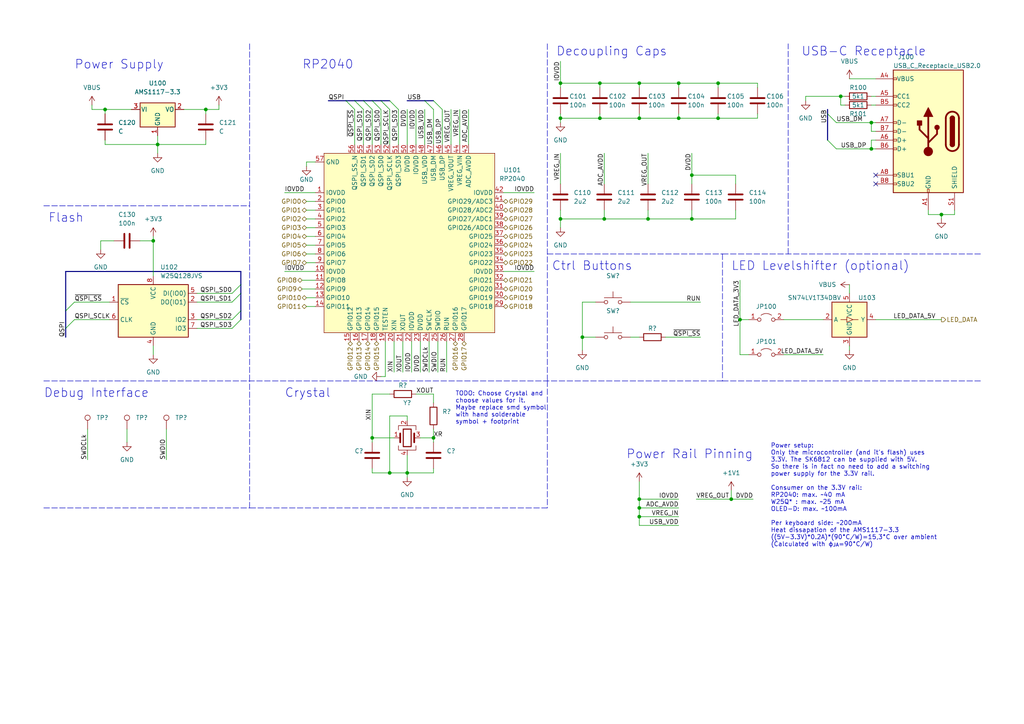
<source format=kicad_sch>
(kicad_sch (version 20211123) (generator eeschema)
  (paper "A4")
  (lib_symbols
    (symbol "Connector:TestPoint" (pin_numbers hide) (pin_names (offset 0.762) hide)
      (property "Reference" "TP" (at 0 6.858 0))
      (property "Value" "TestPoint" (at 0 5.08 0))
      (symbol "TestPoint_0_1"
        (circle (center 0 3.302) (radius 0.762))
      )
      (symbol "TestPoint_1_1"
        (pin passive line (at 0 0 90) (length 2.54) (name "1") (number "1"))
      )
    )
    (symbol "Connector:USB_C_Receptacle_USB2.0" (pin_names (offset 1.016))
      (property "Reference" "J" (at -10.16 19.05 0))
      (property "Value" "USB_C_Receptacle_USB2.0" (at 19.05 19.05 0))
      (symbol "USB_C_Receptacle_USB2.0_0_0"
        (rectangle (start -0.254 -17.78) (end 0.254 -16.764))
        (rectangle (start 10.16 -14.986) (end 9.144 -15.494))
        (rectangle (start 10.16 -12.446) (end 9.144 -12.954))
        (rectangle (start 10.16 -4.826) (end 9.144 -5.334))
        (rectangle (start 10.16 -2.286) (end 9.144 -2.794))
        (rectangle (start 10.16 0.254) (end 9.144 -0.254))
        (rectangle (start 10.16 2.794) (end 9.144 2.286))
        (rectangle (start 10.16 7.874) (end 9.144 7.366))
        (rectangle (start 10.16 10.414) (end 9.144 9.906))
        (rectangle (start 10.16 15.494) (end 9.144 14.986))
      )
      (symbol "USB_C_Receptacle_USB2.0_0_1"
        (rectangle (start -10.16 17.78) (end 10.16 -17.78) (stroke (width 0.254)) (fill (type background)))
        (arc (start -8.89 -3.81) (mid -6.985 -5.715) (end -5.08 -3.81) (stroke (width 0.508)))
        (arc (start -7.62 -3.81) (mid -6.985 -4.445) (end -6.35 -3.81) (stroke (width 0.254)))
        (arc (start -7.62 -3.81) (mid -6.985 -4.445) (end -6.35 -3.81) (stroke (width 0.254)) (fill (type outline)))
        (rectangle (start -7.62 -3.81) (end -6.35 3.81) (stroke (width 0.254)) (fill (type outline)))
        (arc (start -6.35 3.81) (mid -6.985 4.445) (end -7.62 3.81) (stroke (width 0.254)))
        (arc (start -6.35 3.81) (mid -6.985 4.445) (end -7.62 3.81) (stroke (width 0.254)) (fill (type outline)))
        (arc (start -5.08 3.81) (mid -6.985 5.715) (end -8.89 3.81) (stroke (width 0.508)))
        (circle (center -2.54 1.143) (radius 0.635) (stroke (width 0.254)) (fill (type outline)))
        (circle (center 0 -5.842) (radius 1.27) (fill (type outline)))
        (polyline (pts (xy -8.89 -3.81) (xy -8.89 3.81)) (stroke (width 0.508)))
        (polyline (pts (xy -5.08 3.81) (xy -5.08 -3.81)) (stroke (width 0.508)))
        (polyline (pts (xy 0 -5.842) (xy 0 4.318)) (stroke (width 0.508)))
        (polyline (pts (xy 0 -3.302) (xy -2.54 -0.762) (xy -2.54 0.508)) (stroke (width 0.508)))
        (polyline (pts (xy 0 -2.032) (xy 2.54 0.508) (xy 2.54 1.778)) (stroke (width 0.508)))
        (polyline (pts (xy -1.27 4.318) (xy 0 6.858) (xy 1.27 4.318) (xy -1.27 4.318)) (stroke (width 0.254)) (fill (type outline)))
        (rectangle (start 1.905 1.778) (end 3.175 3.048) (stroke (width 0.254)) (fill (type outline)))
      )
      (symbol "USB_C_Receptacle_USB2.0_1_1"
        (pin passive line (at 0 -22.86 90) (length 5.08) (name "GND") (number "A1"))
        (pin passive line (at 0 -22.86 90) (length 5.08) hide (name "GND") (number "A12"))
        (pin passive line (at 15.24 15.24 180) (length 5.08) (name "VBUS") (number "A4"))
        (pin bidirectional line (at 15.24 10.16 180) (length 5.08) (name "CC1") (number "A5"))
        (pin bidirectional line (at 15.24 -2.54 180) (length 5.08) (name "D+") (number "A6"))
        (pin bidirectional line (at 15.24 2.54 180) (length 5.08) (name "D-") (number "A7"))
        (pin bidirectional line (at 15.24 -12.7 180) (length 5.08) (name "SBU1") (number "A8"))
        (pin passive line (at 15.24 15.24 180) (length 5.08) hide (name "VBUS") (number "A9"))
        (pin passive line (at 0 -22.86 90) (length 5.08) hide (name "GND") (number "B1"))
        (pin passive line (at 0 -22.86 90) (length 5.08) hide (name "GND") (number "B12"))
        (pin passive line (at 15.24 15.24 180) (length 5.08) hide (name "VBUS") (number "B4"))
        (pin bidirectional line (at 15.24 7.62 180) (length 5.08) (name "CC2") (number "B5"))
        (pin bidirectional line (at 15.24 -5.08 180) (length 5.08) (name "D+") (number "B6"))
        (pin bidirectional line (at 15.24 0 180) (length 5.08) (name "D-") (number "B7"))
        (pin bidirectional line (at 15.24 -15.24 180) (length 5.08) (name "SBU2") (number "B8"))
        (pin passive line (at 15.24 15.24 180) (length 5.08) hide (name "VBUS") (number "B9"))
        (pin passive line (at -7.62 -22.86 90) (length 5.08) (name "SHIELD") (number "S1"))
      )
    )
    (symbol "Device:C" (pin_numbers hide) (pin_names (offset 0.254))
      (property "Reference" "C" (at 0.635 2.54 0))
      (property "Value" "C" (at 0.635 -2.54 0))
      (symbol "C_0_1"
        (polyline (pts (xy -2.032 -0.762) (xy 2.032 -0.762)) (stroke (width 0.508)))
        (polyline (pts (xy -2.032 0.762) (xy 2.032 0.762)) (stroke (width 0.508)))
      )
      (symbol "C_1_1"
        (pin passive line (at 0 3.81 270) (length 2.794) (name "~") (number "1"))
        (pin passive line (at 0 -3.81 90) (length 2.794) (name "~") (number "2"))
      )
    )
    (symbol "Device:Crystal_GND24" (pin_names (offset 1.016) hide)
      (property "Reference" "Y" (at 3.175 5.08 0))
      (property "Value" "Crystal_GND24" (at 3.175 3.175 0))
      (symbol "Crystal_GND24_0_1"
        (rectangle (start -1.143 2.54) (end 1.143 -2.54) (stroke (width 0.3048)))
        (polyline (pts (xy -2.54 0) (xy -2.032 0)))
        (polyline (pts (xy -2.032 -1.27) (xy -2.032 1.27)) (stroke (width 0.508)))
        (polyline (pts (xy 0 -3.81) (xy 0 -3.556)))
        (polyline (pts (xy 0 3.556) (xy 0 3.81)))
        (polyline (pts (xy 2.032 -1.27) (xy 2.032 1.27)) (stroke (width 0.508)))
        (polyline (pts (xy 2.032 0) (xy 2.54 0)))
        (polyline (pts (xy -2.54 -2.286) (xy -2.54 -3.556) (xy 2.54 -3.556) (xy 2.54 -2.286)))
        (polyline (pts (xy -2.54 2.286) (xy -2.54 3.556) (xy 2.54 3.556) (xy 2.54 2.286)))
      )
      (symbol "Crystal_GND24_1_1"
        (pin passive line (at -3.81 0 0) (length 1.27) (name "1") (number "1"))
        (pin passive line (at 0 5.08 270) (length 1.27) (name "2") (number "2"))
        (pin passive line (at 3.81 0 180) (length 1.27) (name "3") (number "3"))
        (pin passive line (at 0 -5.08 90) (length 1.27) (name "4") (number "4"))
      )
    )
    (symbol "Device:R" (pin_numbers hide) (pin_names (offset 0))
      (property "Reference" "R" (at 2.032 0 90))
      (property "Value" "R" (at 0 0 90))
      (symbol "R_0_1"
        (rectangle (start -1.016 -2.54) (end 1.016 2.54) (stroke (width 0.254)))
      )
      (symbol "R_1_1"
        (pin passive line (at 0 3.81 270) (length 1.27) (name "~") (number "1"))
        (pin passive line (at 0 -3.81 90) (length 1.27) (name "~") (number "2"))
      )
    )
    (symbol "Jumper:Jumper_2_Open" (pin_names (offset 0) hide)
      (property "Reference" "JP" (at 0 2.794 0))
      (property "Value" "Jumper_2_Open" (at 0 -2.286 0))
      (symbol "Jumper_2_Open_0_0"
        (circle (center -2.032 0) (radius 0.508))
        (circle (center 2.032 0) (radius 0.508))
      )
      (symbol "Jumper_2_Open_0_1"
        (arc (start 1.524 1.27) (mid 0 1.778) (end -1.524 1.27))
      )
      (symbol "Jumper_2_Open_1_1"
        (pin passive line (at -5.08 0 0) (length 2.54) (name "A") (number "1"))
        (pin passive line (at 5.08 0 180) (length 2.54) (name "B") (number "2"))
      )
    )
    (symbol "Logic_LevelTranslator:SN74LV1T34DBV"
      (property "Reference" "U" (at 5.08 6.35 0))
      (property "Value" "SN74LV1T34DBV" (at 5.08 3.81 0))
      (symbol "SN74LV1T34DBV_0_1"
        (rectangle (start -5.08 5.08) (end 5.08 -5.08) (stroke (width 0.254)) (fill (type background)))
        (polyline (pts (xy -0.762 0) (xy -2.54 0)))
        (polyline (pts (xy 1.016 0) (xy 2.54 0)))
      )
      (symbol "SN74LV1T34DBV_1_1"
        (polyline (pts (xy -0.762 -0.762) (xy -0.762 0.762) (xy 1.016 0) (xy -0.762 -0.762)))
        (pin no_connect line (at -5.08 2.54 0) (length 2.54) hide (name "NC") (number "1"))
        (pin input line (at -7.62 0 0) (length 2.54) (name "A") (number "2"))
        (pin power_in line (at 0 -7.62 90) (length 2.54) (name "GND") (number "3"))
        (pin output line (at 7.62 0 180) (length 2.54) (name "Y") (number "4"))
        (pin power_in line (at 0 7.62 270) (length 2.54) (name "VCC") (number "5"))
      )
    )
    (symbol "Memory_Flash:W25Q128JVS"
      (property "Reference" "U" (at -8.89 8.89 0))
      (property "Value" "W25Q128JVS" (at 7.62 8.89 0))
      (symbol "W25Q128JVS_0_1"
        (rectangle (start -10.16 7.62) (end 10.16 -7.62) (stroke (width 0.254)) (fill (type background)))
      )
      (symbol "W25Q128JVS_1_1"
        (pin input line (at -12.7 2.54 0) (length 2.54) (name "~{CS}") (number "1"))
        (pin bidirectional line (at 12.7 2.54 180) (length 2.54) (name "DO(IO1)") (number "2"))
        (pin bidirectional line (at 12.7 -2.54 180) (length 2.54) (name "IO2") (number "3"))
        (pin power_in line (at 0 -10.16 90) (length 2.54) (name "GND") (number "4"))
        (pin bidirectional line (at 12.7 5.08 180) (length 2.54) (name "DI(IO0)") (number "5"))
        (pin input line (at -12.7 -2.54 0) (length 2.54) (name "CLK") (number "6"))
        (pin bidirectional line (at 12.7 -5.08 180) (length 2.54) (name "IO3") (number "7"))
        (pin power_in line (at 0 10.16 270) (length 2.54) (name "VCC") (number "8"))
      )
    )
    (symbol "Regulator_Linear:AMS1117-3.3" (pin_names (offset 0.254))
      (property "Reference" "U" (at -3.81 3.175 0))
      (property "Value" "AMS1117-3.3" (at 0 3.175 0))
      (symbol "AMS1117-3.3_0_1"
        (rectangle (start -5.08 -5.08) (end 5.08 1.905) (stroke (width 0.254)) (fill (type background)))
      )
      (symbol "AMS1117-3.3_1_1"
        (pin power_in line (at 0 -7.62 90) (length 2.54) (name "GND") (number "1"))
        (pin power_out line (at 7.62 0 180) (length 2.54) (name "VO") (number "2"))
        (pin power_in line (at -7.62 0 0) (length 2.54) (name "VI") (number "3"))
      )
    )
    (symbol "SofleKeyboard:RP2040"
      (property "Reference" "U" (at -26.67 30.48 0))
      (property "Value" "RP2040" (at -24.13 27.94 0))
      (symbol "RP2040_0_1"
        (rectangle (start -24.13 26.67) (end 25.4 -25.4) (stroke (width 0.1524)) (fill (type background)))
      )
      (symbol "RP2040_1_1"
        (pin power_in line (at -26.67 15.24 0) (length 2.54) (name "IOVDD") (number "1"))
        (pin power_in line (at -26.67 -7.62 0) (length 2.54) (name "IOVDD") (number "10"))
        (pin bidirectional line (at -26.67 -10.16 0) (length 2.54) (name "GPIO8") (number "11"))
        (pin bidirectional line (at -26.67 -12.7 0) (length 2.54) (name "GPIO9") (number "12"))
        (pin bidirectional line (at -26.67 -15.24 0) (length 2.54) (name "GPIO10") (number "13"))
        (pin bidirectional line (at -26.67 -17.78 0) (length 2.54) (name "GPIO11") (number "14"))
        (pin bidirectional line (at -16.51 -27.94 90) (length 2.54) (name "GPIO12") (number "15"))
        (pin bidirectional line (at -13.97 -27.94 90) (length 2.54) (name "GPIO13") (number "16"))
        (pin bidirectional line (at -11.43 -27.94 90) (length 2.54) (name "GPIO14") (number "17"))
        (pin bidirectional line (at -8.89 -27.94 90) (length 2.54) (name "GPIO15") (number "18"))
        (pin unspecified line (at -6.35 -27.94 90) (length 2.54) (name "TESTEN") (number "19"))
        (pin bidirectional line (at -26.67 12.7 0) (length 2.54) (name "GPIO0") (number "2"))
        (pin input line (at -3.81 -27.94 90) (length 2.54) (name "XIN") (number "20"))
        (pin output line (at -1.27 -27.94 90) (length 2.54) (name "XOUT") (number "21"))
        (pin power_in line (at 1.27 -27.94 90) (length 2.54) (name "IOVDD") (number "22"))
        (pin power_in line (at 3.81 -27.94 90) (length 2.54) (name "DVDD") (number "23"))
        (pin input line (at 6.35 -27.94 90) (length 2.54) (name "SWCLK") (number "24"))
        (pin bidirectional line (at 8.89 -27.94 90) (length 2.54) (name "SWDIO") (number "25"))
        (pin input line (at 11.43 -27.94 90) (length 2.54) (name "RUN") (number "26"))
        (pin bidirectional line (at 13.97 -27.94 90) (length 2.54) (name "GPIO16") (number "27"))
        (pin bidirectional line (at 16.51 -27.94 90) (length 2.54) (name "GPIO17") (number "28"))
        (pin bidirectional line (at 27.94 -17.78 180) (length 2.54) (name "GPIO18") (number "29"))
        (pin bidirectional line (at -26.67 10.16 0) (length 2.54) (name "GPIO1") (number "3"))
        (pin bidirectional line (at 27.94 -15.24 180) (length 2.54) (name "GPIO19") (number "30"))
        (pin bidirectional line (at 27.94 -12.7 180) (length 2.54) (name "GPIO20") (number "31"))
        (pin bidirectional line (at 27.94 -10.16 180) (length 2.54) (name "GPIO21") (number "32"))
        (pin power_in line (at 27.94 -7.62 180) (length 2.54) (name "IOVDD") (number "33"))
        (pin bidirectional line (at 27.94 -5.08 180) (length 2.54) (name "GPIO22") (number "34"))
        (pin bidirectional line (at 27.94 -2.54 180) (length 2.54) (name "GPIO23") (number "35"))
        (pin bidirectional line (at 27.94 0 180) (length 2.54) (name "GPIO24") (number "36"))
        (pin bidirectional line (at 27.94 2.54 180) (length 2.54) (name "GPIO25") (number "37"))
        (pin bidirectional line (at 27.94 5.08 180) (length 2.54) (name "GPIO26/ADC0") (number "38"))
        (pin bidirectional line (at 27.94 7.62 180) (length 2.54) (name "GPIO27/ADC1") (number "39"))
        (pin bidirectional line (at -26.67 7.62 0) (length 2.54) (name "GPIO2") (number "4"))
        (pin bidirectional line (at 27.94 10.16 180) (length 2.54) (name "GPIO28/ADC2") (number "40"))
        (pin bidirectional line (at 27.94 12.7 180) (length 2.54) (name "GPIO29/ADC3") (number "41"))
        (pin power_in line (at 27.94 15.24 180) (length 2.54) (name "IOVDD") (number "42"))
        (pin power_in line (at 17.78 29.21 270) (length 2.54) (name "ADC_AVDD") (number "43"))
        (pin power_in line (at 15.24 29.21 270) (length 2.54) (name "VREG_VIN") (number "44"))
        (pin power_out line (at 12.7 29.21 270) (length 2.54) (name "VREG_VOUT") (number "45"))
        (pin bidirectional line (at 10.16 29.21 270) (length 2.54) (name "USB_DP") (number "46"))
        (pin bidirectional line (at 7.62 29.21 270) (length 2.54) (name "USB_DM") (number "47"))
        (pin power_in line (at 5.08 29.21 270) (length 2.54) (name "USB_VDD") (number "48"))
        (pin power_in line (at 2.54 29.21 270) (length 2.54) (name "IOVDD") (number "49"))
        (pin bidirectional line (at -26.67 5.08 0) (length 2.54) (name "GPIO3") (number "5"))
        (pin power_in line (at 0 29.21 270) (length 2.54) (name "DVDD") (number "50"))
        (pin bidirectional line (at -2.54 29.21 270) (length 2.54) (name "QSPI_SD3") (number "51"))
        (pin output line (at -5.08 29.21 270) (length 2.54) (name "QSPI_SCLK") (number "52"))
        (pin bidirectional line (at -7.62 29.21 270) (length 2.54) (name "QSPI_SD0") (number "53"))
        (pin bidirectional line (at -10.16 29.21 270) (length 2.54) (name "QSPI_SD2") (number "54"))
        (pin bidirectional line (at -12.7 29.21 270) (length 2.54) (name "QSPI_SD1") (number "55"))
        (pin bidirectional line (at -15.24 29.21 270) (length 2.54) (name "QSPI_SS_N") (number "56"))
        (pin power_in line (at -26.67 24.13 0) (length 2.54) (name "GND") (number "57"))
        (pin bidirectional line (at -26.67 2.54 0) (length 2.54) (name "GPIO4") (number "6"))
        (pin bidirectional line (at -26.67 0 0) (length 2.54) (name "GPIO5") (number "7"))
        (pin bidirectional line (at -26.67 -2.54 0) (length 2.54) (name "GPIO6") (number "8"))
        (pin bidirectional line (at -26.67 -5.08 0) (length 2.54) (name "GPIO7") (number "9"))
      )
    )
    (symbol "Switch:SW_Push" (pin_numbers hide) (pin_names (offset 1.016) hide)
      (property "Reference" "SW" (at 1.27 2.54 0))
      (property "Value" "SW_Push" (at 0 -1.524 0))
      (symbol "SW_Push_0_1"
        (circle (center -2.032 0) (radius 0.508))
        (polyline (pts (xy 0 1.27) (xy 0 3.048)))
        (polyline (pts (xy 2.54 1.27) (xy -2.54 1.27)))
        (circle (center 2.032 0) (radius 0.508))
        (pin passive line (at -5.08 0 0) (length 2.54) (name "1") (number "1"))
        (pin passive line (at 5.08 0 180) (length 2.54) (name "2") (number "2"))
      )
    )
    (symbol "power:+1V1" (power) (pin_names (offset 0))
      (property "Value" "+1V1" (at 0 3.556 0))
      (symbol "+1V1_0_1"
        (polyline (pts (xy -0.762 1.27) (xy 0 2.54)))
        (polyline (pts (xy 0 0) (xy 0 2.54)))
        (polyline (pts (xy 0 2.54) (xy 0.762 1.27)))
      )
      (symbol "+1V1_1_1"
        (pin power_in line (at 0 0 90) (length 0) hide (name "+1V1") (number "1"))
      )
    )
    (symbol "power:+3V3" (power) (pin_names (offset 0))
      (property "Value" "+3V3" (at 0 3.556 0))
      (symbol "+3V3_0_1"
        (polyline (pts (xy -0.762 1.27) (xy 0 2.54)))
        (polyline (pts (xy 0 0) (xy 0 2.54)))
        (polyline (pts (xy 0 2.54) (xy 0.762 1.27)))
      )
      (symbol "+3V3_1_1"
        (pin power_in line (at 0 0 90) (length 0) hide (name "+3V3") (number "1"))
      )
    )
    (symbol "power:GND" (power) (pin_names (offset 0))
      (property "Value" "GND" (at 0 -3.81 0))
      (symbol "GND_0_1"
        (polyline (pts (xy 0 0) (xy 0 -1.27) (xy 1.27 -1.27) (xy 0 -2.54) (xy -1.27 -1.27) (xy 0 -1.27)))
      )
      (symbol "GND_1_1"
        (pin power_in line (at 0 0 270) (length 0) hide (name "GND") (number "1"))
      )
    )
    (symbol "power:VBUS" (power) (pin_names (offset 0))
      (property "Value" "VBUS" (at 0 3.81 0))
      (symbol "VBUS_0_1"
        (polyline (pts (xy -0.762 1.27) (xy 0 2.54)))
        (polyline (pts (xy 0 0) (xy 0 2.54)))
        (polyline (pts (xy 0 2.54) (xy 0.762 1.27)))
      )
      (symbol "VBUS_1_1"
        (pin power_in line (at 0 0 90) (length 0) hide (name "VBUS") (number "1"))
      )
    )
  )
  (junction (at 107.95 127))
  (junction (at 252.73 35.56))
  (junction (at 273.05 62.23))
  (junction (at 200.66 50.8))
  (junction (at 44.45 69.85))
  (junction (at 243.84 27.94))
  (junction (at 118.11 137.16))
  (junction (at 173.99 24.13))
  (junction (at 162.56 24.13))
  (junction (at 208.28 34.29))
  (junction (at 168.91 97.79))
  (junction (at 212.09 144.78))
  (junction (at 185.42 24.13))
  (junction (at 162.56 63.5))
  (junction (at 162.56 34.29))
  (junction (at 208.28 24.13))
  (junction (at 185.42 34.29))
  (junction (at 45.72 41.91))
  (junction (at 185.42 149.86))
  (junction (at 30.48 31.75))
  (junction (at 185.42 144.78))
  (junction (at 214.63 92.71))
  (junction (at 196.85 24.13))
  (junction (at 187.96 63.5))
  (junction (at 196.85 34.29))
  (junction (at 59.69 31.75))
  (junction (at 252.73 43.18))
  (junction (at 173.99 34.29))
  (junction (at 185.42 147.32))
  (junction (at 113.03 137.16))
  (junction (at 200.66 63.5))
  (junction (at 125.73 127))
  (junction (at 175.26 63.5))
  (no_connect (at 254 50.8))
  (no_connect (at 254 53.34))
  (bus_entry (at 19.05 90.17) (size 2.54 -2.54))
  (bus_entry (at 19.05 95.25) (size 2.54 -2.54))
  (bus_entry (at 240.03 40.64) (size 2.54 2.54))
  (bus_entry (at 240.03 33.02) (size 2.54 2.54))
  (bus_entry (at 69.85 90.17) (size -2.54 2.54))
  (bus_entry (at 69.85 82.55) (size -2.54 2.54))
  (bus_entry (at 125.73 29.21) (size 2.54 2.54))
  (bus_entry (at 123.19 29.21) (size 2.54 2.54))
  (bus_entry (at 69.85 92.71) (size -2.54 2.54))
  (bus_entry (at 69.85 85.09) (size -2.54 2.54))
  (bus_entry (at 102.87 29.21) (size 2.54 2.54))
  (bus_entry (at 105.41 29.21) (size 2.54 2.54))
  (bus_entry (at 113.03 29.21) (size 2.54 2.54))
  (bus_entry (at 107.95 29.21) (size 2.54 2.54))
  (bus_entry (at 110.49 29.21) (size 2.54 2.54))
  (bus_entry (at 100.33 29.21) (size 2.54 2.54))
  (wire (pts (xy 88.9 66.04) (xy 91.44 66.04)))
  (wire (pts (xy 173.99 34.29) (xy 173.99 33.02)))
  (wire (pts (xy 175.26 60.96) (xy 175.26 63.5)))
  (polyline (pts (xy 72.39 147.32) (xy 72.39 110.49)))
  (wire (pts (xy 208.28 34.29) (xy 196.85 34.29)))
  (wire (pts (xy 252.73 43.18) (xy 254 43.18)))
  (wire (pts (xy 44.45 69.85) (xy 44.45 80.01)))
  (polyline (pts (xy 158.75 147.32) (xy 72.39 147.32)))
  (wire (pts (xy 59.69 31.75) (xy 59.69 33.02)))
  (polyline (pts (xy 158.75 110.49) (xy 158.75 147.32)))
  (wire (pts (xy 88.9 73.66) (xy 91.44 73.66)))
  (wire (pts (xy 88.9 68.58) (xy 91.44 68.58)))
  (wire (pts (xy 91.44 55.88) (xy 82.55 55.88)))
  (wire (pts (xy 87.63 81.28) (xy 91.44 81.28)))
  (wire (pts (xy 273.05 63.5) (xy 273.05 62.23)))
  (wire (pts (xy 200.66 63.5) (xy 213.36 63.5)))
  (wire (pts (xy 276.86 62.23) (xy 273.05 62.23)))
  (wire (pts (xy 175.26 44.45) (xy 175.26 53.34)))
  (wire (pts (xy 187.96 63.5) (xy 175.26 63.5)))
  (wire (pts (xy 113.03 120.65) (xy 113.03 137.16)))
  (wire (pts (xy 162.56 63.5) (xy 175.26 63.5)))
  (wire (pts (xy 187.96 60.96) (xy 187.96 63.5)))
  (wire (pts (xy 227.33 92.71) (xy 238.76 92.71)))
  (wire (pts (xy 118.11 132.08) (xy 118.11 137.16)))
  (wire (pts (xy 121.92 127) (xy 125.73 127)))
  (wire (pts (xy 40.64 69.85) (xy 44.45 69.85)))
  (wire (pts (xy 88.9 63.5) (xy 91.44 63.5)))
  (wire (pts (xy 185.42 34.29) (xy 173.99 34.29)))
  (wire (pts (xy 208.28 24.13) (xy 208.28 25.4)))
  (wire (pts (xy 91.44 78.74) (xy 82.55 78.74)))
  (wire (pts (xy 87.63 83.82) (xy 91.44 83.82)))
  (wire (pts (xy 130.81 41.91) (xy 130.81 31.75)))
  (wire (pts (xy 128.27 41.91) (xy 128.27 31.75)))
  (wire (pts (xy 182.88 87.63) (xy 203.2 87.63)))
  (wire (pts (xy 111.76 99.06) (xy 111.76 109.22)))
  (wire (pts (xy 107.95 137.16) (xy 113.03 137.16)))
  (wire (pts (xy 214.63 81.28) (xy 214.63 92.71)))
  (wire (pts (xy 45.72 39.37) (xy 45.72 41.91)))
  (wire (pts (xy 121.92 99.06) (xy 121.92 107.95)))
  (bus (pts (xy 240.03 31.75) (xy 240.03 33.02)))
  (wire (pts (xy 120.65 41.91) (xy 120.65 31.75)))
  (wire (pts (xy 123.19 41.91) (xy 123.19 31.75)))
  (polyline (pts (xy 12.7 110.49) (xy 110.49 110.49)))
  (wire (pts (xy 276.86 62.23) (xy 276.86 60.96)))
  (wire (pts (xy 168.91 97.79) (xy 168.91 87.63)))
  (wire (pts (xy 111.76 109.22) (xy 110.49 109.22)))
  (wire (pts (xy 162.56 44.45) (xy 162.56 53.34)))
  (wire (pts (xy 269.24 62.23) (xy 269.24 60.96)))
  (wire (pts (xy 113.03 114.3) (xy 107.95 114.3)))
  (bus (pts (xy 95.25 29.21) (xy 100.33 29.21)))
  (wire (pts (xy 243.84 30.48) (xy 243.84 27.94)))
  (wire (pts (xy 88.9 86.36) (xy 91.44 86.36)))
  (wire (pts (xy 26.67 30.48) (xy 26.67 31.75)))
  (wire (pts (xy 113.03 41.91) (xy 113.03 31.75)))
  (wire (pts (xy 118.11 121.92) (xy 118.11 120.65)))
  (wire (pts (xy 125.73 114.3) (xy 125.73 116.84)))
  (wire (pts (xy 185.42 24.13) (xy 185.42 25.4)))
  (wire (pts (xy 125.73 41.91) (xy 125.73 31.75)))
  (wire (pts (xy 88.9 60.96) (xy 91.44 60.96)))
  (wire (pts (xy 59.69 31.75) (xy 63.5 31.75)))
  (wire (pts (xy 185.42 147.32) (xy 196.85 147.32)))
  (wire (pts (xy 88.9 76.2) (xy 91.44 76.2)))
  (wire (pts (xy 254 40.64) (xy 252.73 40.64)))
  (bus (pts (xy 240.03 33.02) (xy 240.03 40.64)))
  (polyline (pts (xy 209.55 73.66) (xy 284.48 73.66)))
  (wire (pts (xy 182.88 97.79) (xy 185.42 97.79)))
  (wire (pts (xy 124.46 99.06) (xy 124.46 107.95)))
  (wire (pts (xy 245.11 30.48) (xy 243.84 30.48)))
  (wire (pts (xy 252.73 35.56) (xy 254 35.56)))
  (wire (pts (xy 88.9 46.99) (xy 88.9 48.26)))
  (wire (pts (xy 168.91 101.6) (xy 168.91 97.79)))
  (wire (pts (xy 254 38.1) (xy 252.73 38.1)))
  (polyline (pts (xy 228.6 73.66) (xy 228.6 12.7)))
  (polyline (pts (xy 12.7 59.69) (xy 72.39 59.69)))
  (wire (pts (xy 162.56 63.5) (xy 162.56 66.04)))
  (bus (pts (xy 69.85 78.74) (xy 69.85 82.55)))
  (bus (pts (xy 69.85 82.55) (xy 69.85 85.09)))
  (bus (pts (xy 69.85 85.09) (xy 69.85 90.17)))
  (wire (pts (xy 119.38 99.06) (xy 119.38 107.95)))
  (wire (pts (xy 246.38 82.55) (xy 246.38 85.09)))
  (polyline (pts (xy 12.7 147.32) (xy 72.39 147.32)))
  (wire (pts (xy 102.87 41.91) (xy 102.87 31.75)))
  (wire (pts (xy 217.17 102.87) (xy 214.63 102.87)))
  (wire (pts (xy 162.56 60.96) (xy 162.56 63.5)))
  (wire (pts (xy 219.71 34.29) (xy 208.28 34.29)))
  (bus (pts (xy 123.19 29.21) (xy 125.73 29.21)))
  (wire (pts (xy 273.05 62.23) (xy 269.24 62.23)))
  (wire (pts (xy 127 99.06) (xy 127 107.95)))
  (polyline (pts (xy 209.55 73.66) (xy 209.55 110.49)))
  (wire (pts (xy 31.75 92.71) (xy 21.59 92.71)))
  (wire (pts (xy 57.15 87.63) (xy 67.31 87.63)))
  (wire (pts (xy 45.72 41.91) (xy 30.48 41.91)))
  (wire (pts (xy 116.84 99.06) (xy 116.84 107.95)))
  (wire (pts (xy 63.5 30.48) (xy 63.5 31.75)))
  (wire (pts (xy 185.42 149.86) (xy 185.42 147.32)))
  (wire (pts (xy 59.69 41.91) (xy 45.72 41.91)))
  (bus (pts (xy 102.87 29.21) (xy 105.41 29.21)))
  (wire (pts (xy 125.73 135.89) (xy 125.73 137.16)))
  (wire (pts (xy 196.85 24.13) (xy 208.28 24.13)))
  (wire (pts (xy 213.36 50.8) (xy 200.66 50.8)))
  (wire (pts (xy 219.71 33.02) (xy 219.71 34.29)))
  (wire (pts (xy 243.84 27.94) (xy 233.68 27.94)))
  (wire (pts (xy 45.72 41.91) (xy 45.72 44.45)))
  (wire (pts (xy 252.73 38.1) (xy 252.73 35.56)))
  (wire (pts (xy 146.05 78.74) (xy 154.94 78.74)))
  (wire (pts (xy 254 22.86) (xy 246.38 22.86)))
  (wire (pts (xy 173.99 24.13) (xy 185.42 24.13)))
  (wire (pts (xy 185.42 144.78) (xy 185.42 139.7)))
  (wire (pts (xy 252.73 40.64) (xy 252.73 43.18)))
  (wire (pts (xy 113.03 137.16) (xy 118.11 137.16)))
  (wire (pts (xy 107.95 127) (xy 107.95 128.27)))
  (bus (pts (xy 19.05 95.25) (xy 19.05 97.79)))
  (wire (pts (xy 185.42 149.86) (xy 196.85 149.86)))
  (bus (pts (xy 110.49 29.21) (xy 113.03 29.21)))
  (wire (pts (xy 214.63 102.87) (xy 214.63 92.71)))
  (wire (pts (xy 53.34 31.75) (xy 59.69 31.75)))
  (wire (pts (xy 208.28 34.29) (xy 208.28 33.02)))
  (wire (pts (xy 185.42 144.78) (xy 196.85 144.78)))
  (wire (pts (xy 25.4 124.46) (xy 25.4 133.35)))
  (wire (pts (xy 196.85 34.29) (xy 185.42 34.29)))
  (wire (pts (xy 193.04 97.79) (xy 203.2 97.79)))
  (bus (pts (xy 19.05 78.74) (xy 19.05 90.17)))
  (wire (pts (xy 115.57 41.91) (xy 115.57 31.75)))
  (bus (pts (xy 69.85 78.74) (xy 19.05 78.74)))
  (wire (pts (xy 33.02 69.85) (xy 29.21 69.85)))
  (wire (pts (xy 201.93 144.78) (xy 212.09 144.78)))
  (wire (pts (xy 185.42 34.29) (xy 185.42 33.02)))
  (wire (pts (xy 129.54 99.06) (xy 129.54 107.95)))
  (bus (pts (xy 69.85 90.17) (xy 69.85 92.71)))
  (wire (pts (xy 196.85 24.13) (xy 196.85 25.4)))
  (wire (pts (xy 242.57 43.18) (xy 252.73 43.18)))
  (wire (pts (xy 185.42 152.4) (xy 185.42 149.86)))
  (wire (pts (xy 31.75 87.63) (xy 21.59 87.63)))
  (wire (pts (xy 185.42 147.32) (xy 185.42 144.78)))
  (wire (pts (xy 118.11 41.91) (xy 118.11 31.75)))
  (wire (pts (xy 185.42 24.13) (xy 196.85 24.13)))
  (wire (pts (xy 57.15 85.09) (xy 67.31 85.09)))
  (wire (pts (xy 162.56 17.78) (xy 162.56 24.13)))
  (wire (pts (xy 57.15 95.25) (xy 67.31 95.25)))
  (wire (pts (xy 114.3 127) (xy 107.95 127)))
  (wire (pts (xy 120.65 114.3) (xy 125.73 114.3)))
  (wire (pts (xy 118.11 137.16) (xy 118.11 138.43)))
  (wire (pts (xy 114.3 99.06) (xy 114.3 107.95)))
  (wire (pts (xy 196.85 152.4) (xy 185.42 152.4)))
  (wire (pts (xy 125.73 127) (xy 125.73 128.27)))
  (polyline (pts (xy 72.39 12.7) (xy 72.39 110.49)))
  (wire (pts (xy 243.84 27.94) (xy 245.11 27.94)))
  (wire (pts (xy 227.33 102.87) (xy 238.76 102.87)))
  (wire (pts (xy 91.44 46.99) (xy 88.9 46.99)))
  (wire (pts (xy 254 92.71) (xy 273.05 92.71)))
  (wire (pts (xy 118.11 120.65) (xy 113.03 120.65)))
  (wire (pts (xy 212.09 144.78) (xy 218.44 144.78)))
  (wire (pts (xy 208.28 24.13) (xy 219.71 24.13)))
  (wire (pts (xy 107.95 135.89) (xy 107.95 137.16)))
  (polyline (pts (xy 209.55 110.49) (xy 284.48 110.49)))
  (wire (pts (xy 162.56 34.29) (xy 162.56 35.56)))
  (wire (pts (xy 135.89 41.91) (xy 135.89 31.75)))
  (polyline (pts (xy 209.55 110.49) (xy 110.49 110.49)))
  (wire (pts (xy 168.91 97.79) (xy 172.72 97.79)))
  (wire (pts (xy 107.95 41.91) (xy 107.95 31.75)))
  (wire (pts (xy 200.66 50.8) (xy 200.66 53.34)))
  (wire (pts (xy 30.48 31.75) (xy 26.67 31.75)))
  (wire (pts (xy 246.38 100.33) (xy 246.38 101.6)))
  (wire (pts (xy 196.85 34.29) (xy 196.85 33.02)))
  (wire (pts (xy 219.71 24.13) (xy 219.71 25.4)))
  (wire (pts (xy 212.09 142.24) (xy 212.09 144.78)))
  (wire (pts (xy 213.36 53.34) (xy 213.36 50.8)))
  (bus (pts (xy 19.05 90.17) (xy 19.05 95.25)))
  (wire (pts (xy 88.9 71.12) (xy 91.44 71.12)))
  (wire (pts (xy 213.36 63.5) (xy 213.36 60.96)))
  (wire (pts (xy 242.57 35.56) (xy 252.73 35.56)))
  (wire (pts (xy 110.49 41.91) (xy 110.49 31.75)))
  (polyline (pts (xy 158.75 73.66) (xy 209.55 73.66)))
  (wire (pts (xy 44.45 100.33) (xy 44.45 102.87)))
  (wire (pts (xy 133.35 41.91) (xy 133.35 31.75)))
  (wire (pts (xy 168.91 87.63) (xy 172.72 87.63)))
  (wire (pts (xy 200.66 44.45) (xy 200.66 50.8)))
  (wire (pts (xy 173.99 34.29) (xy 162.56 34.29)))
  (wire (pts (xy 48.26 124.46) (xy 48.26 133.35)))
  (wire (pts (xy 118.11 137.16) (xy 125.73 137.16)))
  (wire (pts (xy 252.73 27.94) (xy 254 27.94)))
  (wire (pts (xy 200.66 63.5) (xy 200.66 60.96)))
  (wire (pts (xy 162.56 24.13) (xy 173.99 24.13)))
  (wire (pts (xy 173.99 24.13) (xy 173.99 25.4)))
  (bus (pts (xy 118.11 29.21) (xy 123.19 29.21)))
  (wire (pts (xy 252.73 30.48) (xy 254 30.48)))
  (bus (pts (xy 100.33 29.21) (xy 102.87 29.21)))
  (wire (pts (xy 187.96 63.5) (xy 200.66 63.5)))
  (bus (pts (xy 107.95 29.21) (xy 110.49 29.21)))
  (wire (pts (xy 29.21 69.85) (xy 29.21 72.39)))
  (bus (pts (xy 105.41 29.21) (xy 107.95 29.21)))
  (wire (pts (xy 88.9 58.42) (xy 91.44 58.42)))
  (wire (pts (xy 187.96 44.45) (xy 187.96 53.34)))
  (wire (pts (xy 125.73 124.46) (xy 125.73 127)))
  (wire (pts (xy 88.9 88.9) (xy 91.44 88.9)))
  (wire (pts (xy 36.83 124.46) (xy 36.83 128.27)))
  (wire (pts (xy 162.56 25.4) (xy 162.56 24.13)))
  (wire (pts (xy 107.95 114.3) (xy 107.95 127)))
  (polyline (pts (xy 158.75 12.7) (xy 158.75 110.49)))
  (wire (pts (xy 57.15 92.71) (xy 67.31 92.71)))
  (wire (pts (xy 59.69 40.64) (xy 59.69 41.91)))
  (wire (pts (xy 146.05 55.88) (xy 154.94 55.88)))
  (wire (pts (xy 38.1 31.75) (xy 30.48 31.75)))
  (wire (pts (xy 214.63 92.71) (xy 217.17 92.71)))
  (wire (pts (xy 105.41 41.91) (xy 105.41 31.75)))
  (wire (pts (xy 30.48 31.75) (xy 30.48 33.02)))
  (wire (pts (xy 233.68 27.94) (xy 233.68 29.21)))
  (wire (pts (xy 30.48 40.64) (xy 30.48 41.91)))
  (wire (pts (xy 162.56 34.29) (xy 162.56 33.02)))
  (wire (pts (xy 44.45 68.58) (xy 44.45 69.85)))
  (text "Flash\n" (at 13.97 64.77 0) (effects (font (size 2.54 2.54)) (justify left bottom)))
  (text "Decoupling Caps" (at 161.29 16.51 0) (effects (font (size 2.54 2.54)) (justify left bottom)))
  (text "USB-C Receptacle" (at 232.41 16.51 0) (effects (font (size 2.54 2.54)) (justify left bottom)))
  (text "LED Levelshifter (optional)\n" (at 212.09 78.74 0) (effects (font (size 2.54 2.54)) (justify left bottom)))
  (text "Power setup:\nOnly the microcontroller (and it's flash) uses\n3.3V. The SK6812 can be supplied with 5V.\nSo there is in fact no need to add a switching\npower supply for the 3.3V rail.\n\nConsumer on the 3.3V rail:\nRP2040: max. ~40 mA\nW25Q* : max. ~25 mA\nOLED-D: max. ~100mA\n\nPer keyboard side: ~200mA\nHeat dissapation of the AMS1117-3.3\n((5V-3.3V)*0.2A)*(90°C/W)=15,3°C over ambient\n(Calculated with ϕ_{JA}=90°C/W)\n" (at 223.52 158.75 0) (effects (font (size 1.27 1.27)) (justify left bottom)))
  (text "Power Supply" (at 21.59 20.32 0) (effects (font (size 2.54 2.54)) (justify left bottom)))
  (text "Power Rail Pinning" (at 181.61 133.35 0) (effects (font (size 2.54 2.54)) (justify left bottom)))
  (text "Crystal" (at 82.55 115.57 0) (effects (font (size 2.54 2.54)) (justify left bottom)))
  (text "Ctrl Buttons" (at 160.02 78.74 0) (effects (font (size 2.54 2.54)) (justify left bottom)))
  (text "TODO: Choose Crystal and\nchoose values for it.\nMaybe replace smd symbol\nwith hand solderable\nsymbol + footprint\n" (at 132.08 123.19 0) (effects (font (size 1.27 1.27)) (justify left bottom)))
  (text "Debug Interface\n" (at 12.7 115.57 0) (effects (font (size 2.54 2.54)) (justify left bottom)))
  (text "RP2040" (at 87.63 20.32 0) (effects (font (size 2.54 2.54)) (justify left bottom)))
  (label "LED_DATA_5V" (at 259.08 92.71 0))
  (label "VREG_OUT" (at 187.96 44.45 270))
  (label "LED_DATA_3V3" (at 214.63 81.28 270))
  (label "QSPI_SD3" (at 67.31 95.25 180))
  (label "QSPI_SD3" (at 115.57 31.75 270))
  (label "XIN" (at 114.3 107.95 90))
  (label "USB_VDD" (at 196.85 152.4 180))
  (label "DVDD" (at 121.92 107.95 90))
  (label "XIN" (at 107.95 121.92 90))
  (label "RUN" (at 129.54 107.95 90))
  (label "QSPI" (at 95.25 29.21 0))
  (label "QSPI_SD2" (at 107.95 31.75 270))
  (label "QSPI_SD0" (at 67.31 85.09 180))
  (label "VREG_OUT" (at 130.81 31.75 270))
  (label "IOVDD" (at 82.55 78.74 0))
  (label "VREG_IN" (at 196.85 149.86 180))
  (label "VREG_IN" (at 133.35 31.75 270))
  (label "IOVDD" (at 162.56 17.78 270))
  (label "SWDCLk" (at 25.4 133.35 90))
  (label "QSPI" (at 19.05 97.79 90))
  (label "~{QSPI_SS}" (at 203.2 97.79 180))
  (label "XOUT" (at 116.84 107.95 90))
  (label "USB_DM" (at 125.73 34.29 270))
  (label "USB_VDD" (at 123.19 31.75 270))
  (label "IOVDD" (at 154.94 78.74 180))
  (label "~{QSPI_SS}" (at 102.87 31.75 270))
  (label "DVDD" (at 118.11 31.75 270))
  (label "USB_DP" (at 128.27 34.29 270))
  (label "USB" (at 240.03 31.75 270))
  (label "VREG_IN" (at 162.56 44.45 270))
  (label "~{QSPI_SS}" (at 21.59 87.63 0))
  (label "VREG_OUT" (at 201.93 144.78 0))
  (label "DVDD" (at 200.66 44.45 270))
  (label "RUN" (at 203.2 87.63 180))
  (label "SWDCLk" (at 124.46 107.95 90))
  (label "USB_DP" (at 243.84 43.18 0))
  (label "XR" (at 125.73 127 0))
  (label "ADC_AVDD" (at 175.26 44.45 270))
  (label "ADC_AVDD" (at 196.85 147.32 180))
  (label "QSPI_SD1" (at 105.41 31.75 270))
  (label "QSPI_SD1" (at 67.31 87.63 180))
  (label "LED_DATA_5V" (at 238.76 102.87 180))
  (label "IOVDD" (at 196.85 144.78 180))
  (label "IOVDD" (at 154.94 55.88 180))
  (label "USB_DM" (at 242.57 35.56 0))
  (label "USB" (at 118.11 29.21 0))
  (label "IOVDD" (at 119.38 107.95 90))
  (label "SWDIO" (at 127 107.95 90))
  (label "SWDIO" (at 48.26 133.35 90))
  (label "ADC_AVDD" (at 135.89 31.75 270))
  (label "QSPI_SD0" (at 110.49 31.75 270))
  (label "IOVDD" (at 120.65 31.75 270))
  (label "QSPI_SCLK" (at 113.03 31.75 270))
  (label "XOUT" (at 125.73 114.3 180))
  (label "IOVDD" (at 82.55 55.88 0))
  (label "DVDD" (at 218.44 144.78 180))
  (label "QSPI_SD2" (at 67.31 92.71 180))
  (label "QSPI_SCLK" (at 21.59 92.71 0))
  (hierarchical_label "GPIO28" (shape bidirectional) (at 146.05 60.96 0))
  (hierarchical_label "GPIO29" (shape bidirectional) (at 146.05 58.42 0))
  (hierarchical_label "GPIO18" (shape bidirectional) (at 146.05 88.9 0))
  (hierarchical_label "GPIO1" (shape bidirectional) (at 88.9 60.96 180))
  (hierarchical_label "GPIO6" (shape bidirectional) (at 88.9 73.66 180))
  (hierarchical_label "GPIO12" (shape bidirectional) (at 101.6 99.06 270))
  (hierarchical_label "GPIO7" (shape bidirectional) (at 88.9 76.2 180))
  (hierarchical_label "GPIO26" (shape bidirectional) (at 146.05 66.04 0))
  (hierarchical_label "GPIO9" (shape bidirectional) (at 87.63 83.82 180))
  (hierarchical_label "GPIO14" (shape bidirectional) (at 106.68 99.06 270))
  (hierarchical_label "GPIO13" (shape bidirectional) (at 104.14 99.06 270))
  (hierarchical_label "GPIO5" (shape bidirectional) (at 88.9 71.12 180))
  (hierarchical_label "GPIO15" (shape bidirectional) (at 109.22 99.06 270))
  (hierarchical_label "GPIO4" (shape bidirectional) (at 88.9 68.58 180))
  (hierarchical_label "GPIO17" (shape bidirectional) (at 134.62 99.06 270))
  (hierarchical_label "GPIO27" (shape bidirectional) (at 146.05 63.5 0))
  (hierarchical_label "GPIO20" (shape bidirectional) (at 146.05 83.82 0))
  (hierarchical_label "GPIO25" (shape bidirectional) (at 146.05 68.58 0))
  (hierarchical_label "GPIO22" (shape bidirectional) (at 146.05 76.2 0))
  (hierarchical_label "GPIO2" (shape bidirectional) (at 88.9 63.5 180))
  (hierarchical_label "GPIO11" (shape bidirectional) (at 88.9 88.9 180))
  (hierarchical_label "GPIO19" (shape bidirectional) (at 146.05 86.36 0))
  (hierarchical_label "GPIO21" (shape bidirectional) (at 146.05 81.28 0))
  (hierarchical_label "GPIO23" (shape bidirectional) (at 146.05 73.66 0))
  (hierarchical_label "GPIO8" (shape bidirectional) (at 87.63 81.28 180))
  (hierarchical_label "LED_DATA" (shape output) (at 273.05 92.71 0))
  (hierarchical_label "GPIO16" (shape bidirectional) (at 132.08 99.06 270))
  (hierarchical_label "GPIO3" (shape bidirectional) (at 88.9 66.04 180))
  (hierarchical_label "GPIO0" (shape bidirectional) (at 88.9 58.42 180))
  (hierarchical_label "GPIO24" (shape bidirectional) (at 146.05 71.12 0))
  (hierarchical_label "GPIO10" (shape bidirectional) (at 88.9 86.36 180))
  (symbol (lib_id "Device:C") (at 36.83 69.85 90) (unit 1)
    (property "Reference" "C130" (at 36.83 62.23 90))
    (property "Value" "100n" (at 36.83 64.77 90))
  )
  (symbol (lib_id "Device:C") (at 200.66 57.15 0) (unit 1)
    (property "Reference" "C113" (at 204.47 55.8799 0) (effects (justify left)))
    (property "Value" "100n" (at 204.47 58.4199 0) (effects (justify left)))
  )
  (symbol (lib_id "power:GND") (at 233.68 29.21 0) (unit 1)
    (property "Reference" "#PWR?" (effects hide))
    (property "Value" "GND" (at 233.68 34.29 0))
  )
  (symbol (lib_id "Device:C") (at 59.69 36.83 0) (unit 1)
    (property "Reference" "C121" (at 63.5 35.5599 0) (effects (justify left)))
    (property "Value" "C" (at 63.5 38.0999 0) (effects (justify left)))
  )
  (symbol (lib_id "power:VBUS") (at 246.38 82.55 90) (unit 1)
    (property "Reference" "#PWR?" (effects hide))
    (property "Value" "VBUS" (at 242.57 82.5499 90) (effects (justify left)))
  )
  (symbol (lib_id "Device:C") (at 208.28 29.21 0) (unit 1)
    (property "Reference" "C105" (at 210.82 27.94 0) (effects (justify left)))
    (property "Value" "100n" (at 210.82 30.48 0) (effects (justify left)))
  )
  (symbol (lib_id "Connector:TestPoint") (at 25.4 124.46 0) (unit 1)
    (property "Reference" "TP?" (at 27.94 121.1579 0) (effects (justify left)))
  )
  (symbol (lib_id "Device:C") (at 125.73 132.08 0) (unit 1)
    (property "Reference" "C?" (at 129.54 130.8099 0) (effects (justify left)))
  )
  (symbol (lib_id "power:GND") (at 110.49 109.22 270) (unit 1)
    (property "Reference" "#PWR?" (effects hide))
  )
  (symbol (lib_id "Device:R") (at 248.92 30.48 270) (unit 1)
    (property "Reference" "R101" (at 248.92 33.02 90))
    (property "Value" "5k1" (at 248.92 30.48 90))
  )
  (symbol (lib_id "power:GND") (at 162.56 35.56 0) (unit 1)
    (property "Reference" "#PWR?" (effects hide))
    (property "Value" "GND" (at 162.56 40.64 0))
  )
  (symbol (lib_id "power:GND") (at 162.56 66.04 0) (unit 1)
    (property "Reference" "#PWR?" (effects hide))
    (property "Value" "GND" (at 162.56 71.12 0))
  )
  (symbol (lib_id "Regulator_Linear:AMS1117-3.3") (at 45.72 31.75 0) (unit 1)
    (property "Reference" "U100" (at 45.72 24.13 0))
    (property "Value" "AMS1117-3.3" (at 45.72 26.67 0))
    (property "Footprint" "Package_TO_SOT_SMD:SOT-223-3_TabPin2" (effects hide))
    (property "Datasheet" "http://www.advanced-monolithic.com/pdf/ds1117.pdf" (effects hide))
  )
  (symbol (lib_id "power:VBUS") (at 26.67 30.48 0) (unit 1)
    (property "Reference" "#PWR?" (effects hide))
    (property "Value" "VBUS" (at 26.67 25.4 0))
  )
  (symbol (lib_id "power:GND") (at 273.05 63.5 0) (unit 1)
    (property "Reference" "#PWR?" (effects hide))
    (property "Value" "GND" (at 273.05 68.58 0))
  )
  (symbol (lib_id "power:+3V3") (at 185.42 139.7 0) (unit 1)
    (property "Reference" "#PWR?" (effects hide))
    (property "Value" "+3V3" (at 185.42 134.62 0))
  )
  (symbol (lib_id "Device:C") (at 213.36 57.15 0) (unit 1)
    (property "Reference" "C114" (at 217.17 55.8799 0) (effects (justify left)))
    (property "Value" "100n" (at 217.17 58.4199 0) (effects (justify left)))
  )
  (symbol (lib_id "power:GND") (at 246.38 101.6 0) (unit 1)
    (property "Reference" "#PWR?" (effects hide))
    (property "Value" "GND" (at 246.38 106.68 0))
  )
  (symbol (lib_id "Device:R") (at 189.23 97.79 90) (unit 1)
    (property "Reference" "R?" (at 189.23 95.25 90))
  )
  (symbol (lib_id "power:GND") (at 36.83 128.27 0) (unit 1)
    (property "Reference" "#PWR?" (effects hide))
  )
  (symbol (lib_id "Jumper:Jumper_2_Open") (at 222.25 102.87 0) (unit 1)
    (property "Reference" "JP101" (at 222.25 99.06 0))
  )
  (symbol (lib_id "Device:C") (at 173.99 29.21 0) (unit 1)
    (property "Reference" "C102" (at 176.53 27.94 0) (effects (justify left)))
    (property "Value" "100n" (at 176.53 30.48 0) (effects (justify left)))
  )
  (symbol (lib_id "Device:C") (at 162.56 29.21 0) (unit 1)
    (property "Reference" "C101" (at 165.1 27.94 0) (effects (justify left)))
    (property "Value" "100n" (at 165.1 30.48 0) (effects (justify left)))
  )
  (symbol (lib_id "SofleKeyboard:RP2040") (at 118.11 71.12 0) (unit 1)
    (property "Reference" "U101" (at 148.59 49.3012 0))
    (property "Value" "RP2040" (at 148.59 51.8412 0))
    (property "Footprint" "SofleRGB:QFN-56-1EP_7x7mm_P0.4mm_EP3.2x3.2mm" (effects hide))
    (property "Datasheet" "https://datasheets.raspberrypi.com/rp2040/rp2040-datasheet.pdf" (effects hide))
  )
  (symbol (lib_id "Device:C") (at 187.96 57.15 0) (unit 1)
    (property "Reference" "C112" (at 191.77 55.8799 0) (effects (justify left)))
    (property "Value" "2u2" (at 191.77 58.4199 0) (effects (justify left)))
  )
  (symbol (lib_id "power:GND") (at 88.9 48.26 0) (unit 1)
    (property "Reference" "#PWR?" (effects hide))
    (property "Value" "GND" (at 88.9 52.07 0))
  )
  (symbol (lib_id "power:+3V3") (at 63.5 30.48 0) (unit 1)
    (property "Reference" "#PWR?" (effects hide))
    (property "Value" "+3V3" (at 63.5 25.4 0))
  )
  (symbol (lib_id "Switch:SW_Push") (at 177.8 87.63 0) (unit 1)
    (property "Reference" "SW?" (at 177.8 80.01 0))
  )
  (symbol (lib_id "Logic_LevelTranslator:SN74LV1T34DBV") (at 246.38 92.71 0) (unit 1)
    (property "Reference" "U103" (at 251.46 86.36 0))
    (property "Value" "SN74LV1T34DBV" (at 236.22 86.36 0))
    (property "Footprint" "Package_TO_SOT_SMD:SOT-23-5" (effects hide))
    (property "Datasheet" "https://www.ti.com/lit/ds/symlink/sn74lv1t34.pdf" (effects hide))
  )
  (symbol (lib_id "power:GND") (at 118.11 138.43 0) (unit 1)
    (property "Reference" "#PWR?" (effects hide))
  )
  (symbol (lib_id "power:GND") (at 44.45 102.87 0) (unit 1)
    (property "Reference" "#PWR?" (effects hide))
    (property "Value" "GND" (at 44.45 107.95 0))
  )
  (symbol (lib_id "power:VBUS") (at 246.38 22.86 0) (unit 1)
    (property "Reference" "#PWR?" (effects hide))
    (property "Value" "VBUS" (at 246.38 17.78 0))
  )
  (symbol (lib_id "Connector:TestPoint") (at 36.83 124.46 0) (unit 1)
    (property "Reference" "TP?" (at 39.37 121.1579 0) (effects (justify left)))
  )
  (symbol (lib_id "power:+1V1") (at 212.09 142.24 0) (unit 1)
    (property "Reference" "#PWR?" (effects hide))
    (property "Value" "+1V1" (at 212.09 137.16 0))
  )
  (symbol (lib_id "Connector:TestPoint") (at 48.26 124.46 0) (unit 1)
    (property "Reference" "TP?" (at 50.8 121.1579 0) (effects (justify left)))
  )
  (symbol (lib_id "Device:R") (at 248.92 27.94 90) (unit 1)
    (property "Reference" "R100" (at 248.92 25.4 90))
    (property "Value" "5k1" (at 248.92 27.94 90))
  )
  (symbol (lib_id "Device:R") (at 116.84 114.3 90) (unit 1)
    (property "Reference" "R?" (at 116.84 111.76 90))
  )
  (symbol (lib_id "power:+3V3") (at 44.45 68.58 0) (unit 1)
    (property "Reference" "#PWR?" (effects hide))
    (property "Value" "+3V3" (at 44.45 63.5 0))
  )
  (symbol (lib_id "Device:C") (at 196.85 29.21 0) (unit 1)
    (property "Reference" "C104" (at 199.39 27.94 0) (effects (justify left)))
    (property "Value" "100n" (at 199.39 30.48 0) (effects (justify left)))
  )
  (symbol (lib_id "power:GND") (at 29.21 72.39 0) (unit 1)
    (property "Reference" "#PWR?" (effects hide))
    (property "Value" "GND" (at 29.21 77.47 0))
  )
  (symbol (lib_id "Device:C") (at 30.48 36.83 0) (unit 1)
    (property "Reference" "C120" (at 34.29 35.5599 0) (effects (justify left)))
    (property "Value" "C" (at 34.29 38.0999 0) (effects (justify left)))
  )
  (symbol (lib_id "Device:C") (at 219.71 29.21 0) (unit 1)
    (property "Reference" "C106" (at 222.25 27.94 0) (effects (justify left)))
    (property "Value" "100n" (at 222.25 30.48 0) (effects (justify left)))
  )
  (symbol (lib_id "Device:Crystal_GND24") (at 118.11 127 0) (unit 1)
    (property "Reference" "Y?" (at 118.11 116.84 0))
  )
  (symbol (lib_id "Device:R") (at 125.73 120.65 0) (unit 1)
    (property "Reference" "R?" (at 128.27 119.3799 0) (effects (justify left)))
  )
  (symbol (lib_id "Device:C") (at 185.42 29.21 0) (unit 1)
    (property "Reference" "C103" (at 187.96 27.94 0) (effects (justify left)))
    (property "Value" "100n" (at 187.96 30.48 0) (effects (justify left)))
  )
  (symbol (lib_id "Device:C") (at 107.95 132.08 180) (unit 1)
    (property "Reference" "C?" (at 105.41 130.81 0) (effects (justify left)))
  )
  (symbol (lib_id "power:GND") (at 45.72 44.45 0) (unit 1)
    (property "Reference" "#PWR?" (effects hide))
    (property "Value" "GND" (at 45.72 49.53 0))
  )
  (symbol (lib_id "Device:C") (at 162.56 57.15 0) (unit 1)
    (property "Reference" "C110" (at 166.37 55.8799 0) (effects (justify left)))
    (property "Value" "2u2" (at 166.37 58.4199 0) (effects (justify left)))
  )
  (symbol (lib_id "Memory_Flash:W25Q128JVS") (at 44.45 90.17 0) (unit 1)
    (property "Reference" "U102" (at 46.4694 77.47 0) (effects (justify left)))
    (property "Value" "W25Q128JVS" (at 46.4694 80.01 0) (effects (justify left)))
    (property "Footprint" "Package_SO:SOIC-8_5.23x5.23mm_P1.27mm" (effects hide))
    (property "Datasheet" "http://www.winbond.com/resource-files/w25q128jv_dtr%20revc%2003272018%20plus.pdf" (effects hide))
  )
  (symbol (lib_id "Device:C") (at 175.26 57.15 0) (unit 1)
    (property "Reference" "C111" (at 179.07 55.8799 0) (effects (justify left)))
    (property "Value" "2u2" (at 179.07 58.4199 0) (effects (justify left)))
  )
  (symbol (lib_id "Connector:USB_C_Receptacle_USB2.0") (at 269.24 38.1 0) (mirror y) (unit 1)
    (property "Reference" "J100" (at 260.35 16.51 0) (effects (justify right)))
    (property "Value" "USB_C_Receptacle_USB2.0" (at 259.08 19.05 0) (effects (justify right)))
    (property "Datasheet" "https://www.usb.org/sites/default/files/documents/usb_type-c.zip" (effects hide))
  )
  (symbol (lib_id "power:GND") (at 168.91 101.6 0) (unit 1)
    (property "Reference" "#PWR?" (effects hide))
  )
  (symbol (lib_id "Switch:SW_Push") (at 177.8 97.79 0) (unit 1)
    (property "Reference" "SW?" (at 177.8 90.17 0))
  )
  (symbol (lib_id "Jumper:Jumper_2_Open") (at 222.25 92.71 0) (unit 1)
    (property "Reference" "JP100" (at 222.25 88.9 0))
    (property "Value" "Jumper_2_Open" (effects hide))
    (property "Footprint" "Jumper:SolderJumper-2_P1.3mm_Open_RoundedPad1.0x1.5mm" (effects hide))
  )
)
</source>
